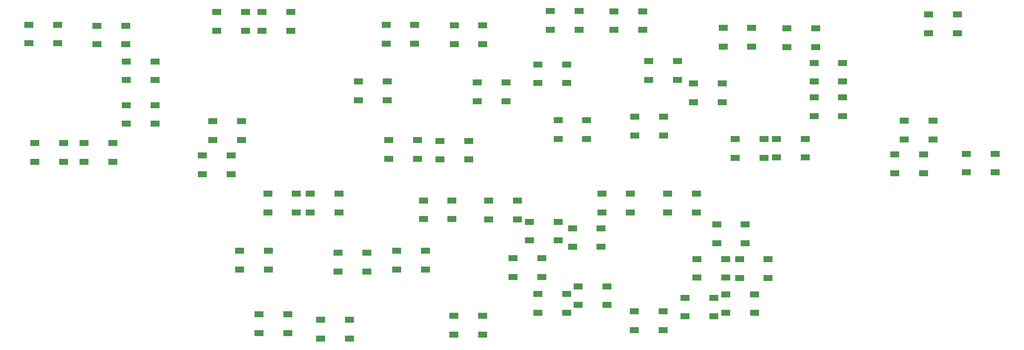
<source format=gbr>
%TF.GenerationSoftware,KiCad,Pcbnew,(5.1.6)-1*%
%TF.CreationDate,2021-08-25T14:17:29+10:00*%
%TF.ProjectId,HUD Panel PCB V2,48554420-5061-46e6-956c-205043422056,rev?*%
%TF.SameCoordinates,Original*%
%TF.FileFunction,Paste,Top*%
%TF.FilePolarity,Positive*%
%FSLAX46Y46*%
G04 Gerber Fmt 4.6, Leading zero omitted, Abs format (unit mm)*
G04 Created by KiCad (PCBNEW (5.1.6)-1) date 2021-08-25 14:17:29*
%MOMM*%
%LPD*%
G01*
G04 APERTURE LIST*
%ADD10R,1.500000X1.000000*%
G04 APERTURE END LIST*
D10*
%TO.C,D56*%
X224150000Y-43400000D03*
X224150000Y-46600000D03*
X229050000Y-43400000D03*
X229050000Y-46600000D03*
%TD*%
%TO.C,D55*%
X230550000Y-67150000D03*
X230550000Y-70350000D03*
X235450000Y-67150000D03*
X235450000Y-70350000D03*
%TD*%
%TO.C,D54*%
X219964000Y-61518800D03*
X219964000Y-64718800D03*
X224864000Y-61518800D03*
X224864000Y-64718800D03*
%TD*%
%TO.C,D53*%
X218327000Y-67284800D03*
X218327000Y-70484800D03*
X223227000Y-67284800D03*
X223227000Y-70484800D03*
%TD*%
%TO.C,D52*%
X191200000Y-64650000D03*
X191200000Y-67850000D03*
X196100000Y-64650000D03*
X196100000Y-67850000D03*
%TD*%
%TO.C,D51*%
X198200000Y-64600000D03*
X198200000Y-67800000D03*
X203100000Y-64600000D03*
X203100000Y-67800000D03*
%TD*%
%TO.C,D50*%
X204600000Y-57550000D03*
X204600000Y-60750000D03*
X209500000Y-57550000D03*
X209500000Y-60750000D03*
%TD*%
%TO.C,D49*%
X204600000Y-51650000D03*
X204600000Y-54850000D03*
X209500000Y-51650000D03*
X209500000Y-54850000D03*
%TD*%
%TO.C,D48*%
X200000000Y-45750000D03*
X200000000Y-48950000D03*
X204900000Y-45750000D03*
X204900000Y-48950000D03*
%TD*%
%TO.C,D47*%
X189100000Y-45650000D03*
X189100000Y-48850000D03*
X194000000Y-45650000D03*
X194000000Y-48850000D03*
%TD*%
%TO.C,D46*%
X184100000Y-55150000D03*
X184100000Y-58350000D03*
X189000000Y-55150000D03*
X189000000Y-58350000D03*
%TD*%
%TO.C,D45*%
X174050000Y-60850000D03*
X174050000Y-64050000D03*
X178950000Y-60850000D03*
X178950000Y-64050000D03*
%TD*%
%TO.C,D44*%
X176450000Y-51350000D03*
X176450000Y-54550000D03*
X181350000Y-51350000D03*
X181350000Y-54550000D03*
%TD*%
%TO.C,D43*%
X170550000Y-42850000D03*
X170550000Y-46050000D03*
X175450000Y-42850000D03*
X175450000Y-46050000D03*
%TD*%
%TO.C,D42*%
X159700000Y-42800000D03*
X159700000Y-46000000D03*
X164600000Y-42800000D03*
X164600000Y-46000000D03*
%TD*%
%TO.C,D41*%
X157550000Y-51900000D03*
X157550000Y-55100000D03*
X162450000Y-51900000D03*
X162450000Y-55100000D03*
%TD*%
%TO.C,D40*%
X161000000Y-61450000D03*
X161000000Y-64650000D03*
X165900000Y-61450000D03*
X165900000Y-64650000D03*
%TD*%
%TO.C,D39*%
X163450000Y-79850000D03*
X163450000Y-83050000D03*
X168350000Y-79850000D03*
X168350000Y-83050000D03*
%TD*%
%TO.C,D38*%
X168450000Y-73950000D03*
X168450000Y-77150000D03*
X173350000Y-73950000D03*
X173350000Y-77150000D03*
%TD*%
%TO.C,D37*%
X179700000Y-73950000D03*
X179700000Y-77150000D03*
X184600000Y-73950000D03*
X184600000Y-77150000D03*
%TD*%
%TO.C,D36*%
X188000000Y-79200000D03*
X188000000Y-82400000D03*
X192900000Y-79200000D03*
X192900000Y-82400000D03*
%TD*%
%TO.C,D35*%
X191900000Y-85150000D03*
X191900000Y-88350000D03*
X196800000Y-85150000D03*
X196800000Y-88350000D03*
%TD*%
%TO.C,D34*%
X184650000Y-85100000D03*
X184650000Y-88300000D03*
X189550000Y-85100000D03*
X189550000Y-88300000D03*
%TD*%
%TO.C,D33*%
X189600000Y-91100000D03*
X189600000Y-94300000D03*
X194500000Y-91100000D03*
X194500000Y-94300000D03*
%TD*%
%TO.C,D32*%
X182650000Y-91700000D03*
X182650000Y-94900000D03*
X187550000Y-91700000D03*
X187550000Y-94900000D03*
%TD*%
%TO.C,D31*%
X174000000Y-94050000D03*
X174000000Y-97250000D03*
X178900000Y-94050000D03*
X178900000Y-97250000D03*
%TD*%
%TO.C,D30*%
X164450000Y-89750000D03*
X164450000Y-92950000D03*
X169350000Y-89750000D03*
X169350000Y-92950000D03*
%TD*%
%TO.C,D29*%
X157582000Y-91084400D03*
X157582000Y-94284400D03*
X162482000Y-91084400D03*
X162482000Y-94284400D03*
%TD*%
%TO.C,D28*%
X133500000Y-83700000D03*
X133500000Y-86900000D03*
X138400000Y-83700000D03*
X138400000Y-86900000D03*
%TD*%
%TO.C,D27*%
X143250000Y-94800000D03*
X143250000Y-98000000D03*
X148150000Y-94800000D03*
X148150000Y-98000000D03*
%TD*%
%TO.C,D26*%
X153350000Y-85000000D03*
X153350000Y-88200000D03*
X158250000Y-85000000D03*
X158250000Y-88200000D03*
%TD*%
%TO.C,D25*%
X156150000Y-78750000D03*
X156150000Y-81950000D03*
X161050000Y-78750000D03*
X161050000Y-81950000D03*
%TD*%
%TO.C,D24*%
X149200000Y-75150000D03*
X149200000Y-78350000D03*
X154100000Y-75150000D03*
X154100000Y-78350000D03*
%TD*%
%TO.C,D23*%
X138050000Y-75100000D03*
X138050000Y-78300000D03*
X142950000Y-75100000D03*
X142950000Y-78300000D03*
%TD*%
%TO.C,D22*%
X132150000Y-64850000D03*
X132150000Y-68050000D03*
X137050000Y-64850000D03*
X137050000Y-68050000D03*
%TD*%
%TO.C,D21*%
X140900000Y-64950000D03*
X140900000Y-68150000D03*
X145800000Y-64950000D03*
X145800000Y-68150000D03*
%TD*%
%TO.C,D20*%
X147250000Y-55000000D03*
X147250000Y-58200000D03*
X152150000Y-55000000D03*
X152150000Y-58200000D03*
%TD*%
%TO.C,D19*%
X143300000Y-45250000D03*
X143300000Y-48450000D03*
X148200000Y-45250000D03*
X148200000Y-48450000D03*
%TD*%
%TO.C,D18*%
X131700000Y-45150000D03*
X131700000Y-48350000D03*
X136600000Y-45150000D03*
X136600000Y-48350000D03*
%TD*%
%TO.C,D17*%
X126988000Y-54838800D03*
X126988000Y-58038800D03*
X131888000Y-54838800D03*
X131888000Y-58038800D03*
%TD*%
%TO.C,D16*%
X118800000Y-73950000D03*
X118800000Y-77150000D03*
X123700000Y-73950000D03*
X123700000Y-77150000D03*
%TD*%
%TO.C,D15*%
X123550000Y-84050000D03*
X123550000Y-87250000D03*
X128450000Y-84050000D03*
X128450000Y-87250000D03*
%TD*%
%TO.C,D14*%
X120600000Y-95500000D03*
X120600000Y-98700000D03*
X125500000Y-95500000D03*
X125500000Y-98700000D03*
%TD*%
%TO.C,D13*%
X110100000Y-94550000D03*
X110100000Y-97750000D03*
X115000000Y-94550000D03*
X115000000Y-97750000D03*
%TD*%
%TO.C,D12*%
X106800000Y-83700000D03*
X106800000Y-86900000D03*
X111700000Y-83700000D03*
X111700000Y-86900000D03*
%TD*%
%TO.C,D11*%
X111550000Y-73950000D03*
X111550000Y-77150000D03*
X116450000Y-73950000D03*
X116450000Y-77150000D03*
%TD*%
%TO.C,D10*%
X110600000Y-43000000D03*
X110600000Y-46200000D03*
X115500000Y-43000000D03*
X115500000Y-46200000D03*
%TD*%
%TO.C,D9*%
X102870000Y-42976800D03*
X102870000Y-46176800D03*
X107770000Y-42976800D03*
X107770000Y-46176800D03*
%TD*%
%TO.C,D8*%
X102198000Y-61595200D03*
X102198000Y-64795200D03*
X107098000Y-61595200D03*
X107098000Y-64795200D03*
%TD*%
%TO.C,D7*%
X100381000Y-67411600D03*
X100381000Y-70611600D03*
X105281000Y-67411600D03*
X105281000Y-70611600D03*
%TD*%
%TO.C,D6*%
X71900000Y-65300000D03*
X71900000Y-68500000D03*
X76800000Y-65300000D03*
X76800000Y-68500000D03*
%TD*%
%TO.C,D5*%
X80250000Y-65300000D03*
X80250000Y-68500000D03*
X85150000Y-65300000D03*
X85150000Y-68500000D03*
%TD*%
%TO.C,D4*%
X87450000Y-58850000D03*
X87450000Y-62050000D03*
X92350000Y-58850000D03*
X92350000Y-62050000D03*
%TD*%
%TO.C,D3*%
X87450000Y-51400000D03*
X87450000Y-54600000D03*
X92350000Y-51400000D03*
X92350000Y-54600000D03*
%TD*%
%TO.C,D2*%
X82500000Y-45300000D03*
X82500000Y-48500000D03*
X87400000Y-45300000D03*
X87400000Y-48500000D03*
%TD*%
%TO.C,D1*%
X70854400Y-45136000D03*
X70854400Y-48336000D03*
X75754400Y-45136000D03*
X75754400Y-48336000D03*
%TD*%
M02*

</source>
